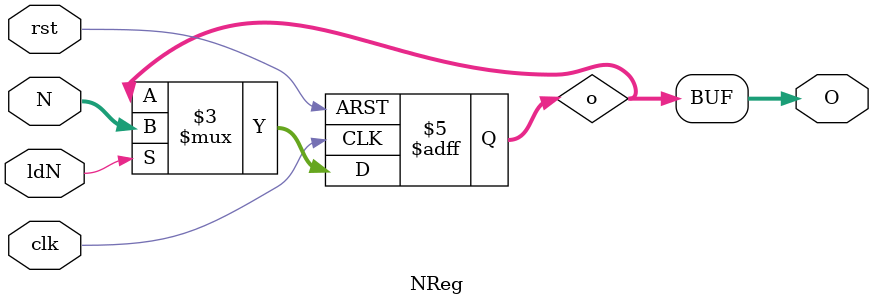
<source format=v>
module NReg(input clk, rst, ldN, input[7:0] N, output  [7:0] O);
	reg [7:0] o ;
	always@(posedge clk, posedge rst) begin
		if(rst) o <= 8'b0;
		else
			if(ldN) o <= N;
			else o <= o;
	end
	assign O = o;
	
endmodule
</source>
